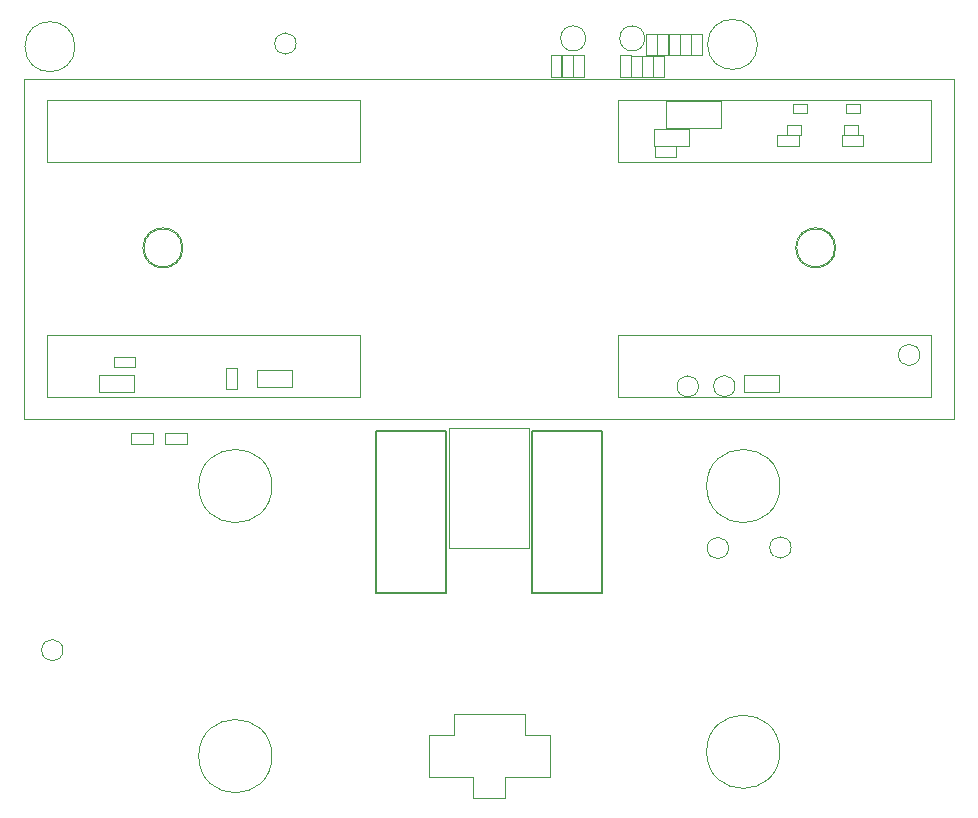
<source format=gbr>
%TF.GenerationSoftware,KiCad,Pcbnew,7.0.6-7.0.6~ubuntu22.04.1*%
%TF.CreationDate,2023-09-13T14:48:35-04:00*%
%TF.ProjectId,robot,726f626f-742e-46b6-9963-61645f706362,rev?*%
%TF.SameCoordinates,Original*%
%TF.FileFunction,Other,User*%
%FSLAX46Y46*%
G04 Gerber Fmt 4.6, Leading zero omitted, Abs format (unit mm)*
G04 Created by KiCad (PCBNEW 7.0.6-7.0.6~ubuntu22.04.1) date 2023-09-13 14:48:35*
%MOMM*%
%LPD*%
G01*
G04 APERTURE LIST*
%ADD10C,0.050000*%
%ADD11C,0.152400*%
G04 APERTURE END LIST*
D10*
%TO.C,H2*%
X124600000Y-152500000D02*
G75*
G03*
X124600000Y-152500000I-3100000J0D01*
G01*
%TO.C,H5*%
X124600000Y-130000000D02*
G75*
G03*
X124600000Y-130000000I-3100000J0D01*
G01*
%TO.C,TP39*%
X83645539Y-92540000D02*
G75*
G03*
X83645539Y-92540000I-905539J0D01*
G01*
%TO.C,H6*%
X81600000Y-130000000D02*
G75*
G03*
X81600000Y-130000000I-3100000J0D01*
G01*
%TO.C,TP30*%
X117705539Y-121570495D02*
G75*
G03*
X117705539Y-121570495I-905539J0D01*
G01*
%TO.C,H1*%
X81600000Y-152865000D02*
G75*
G03*
X81600000Y-152865000I-3100000J0D01*
G01*
%TO.C,TP40*%
X136455539Y-118900000D02*
G75*
G03*
X136455539Y-118900000I-905539J0D01*
G01*
%TO.C,J8*%
X108160660Y-92100000D02*
G75*
G03*
X108160660Y-92100000I-1060660J0D01*
G01*
X113160660Y-92100000D02*
G75*
G03*
X113160660Y-92100000I-1060660J0D01*
G01*
%TO.C,TP41*%
X125555539Y-135200000D02*
G75*
G03*
X125555539Y-135200000I-905539J0D01*
G01*
%TO.C,TP43*%
X120255539Y-135250000D02*
G75*
G03*
X120255539Y-135250000I-905539J0D01*
G01*
%TO.C,TP34*%
X120805539Y-121550000D02*
G75*
G03*
X120805539Y-121550000I-905539J0D01*
G01*
%TO.C,TP42*%
X63905539Y-143900000D02*
G75*
G03*
X63905539Y-143900000I-905539J0D01*
G01*
%TO.C,H4*%
X64920000Y-92800000D02*
G75*
G03*
X64920000Y-92800000I-2120000J0D01*
G01*
%TO.C,H3*%
X122711685Y-92610962D02*
G75*
G03*
X122711685Y-92610962I-2120000J0D01*
G01*
%TO.C,C121*%
X116110000Y-91710000D02*
X115190000Y-91710000D01*
X115190000Y-91710000D02*
X115190000Y-93530000D01*
X116110000Y-93530000D02*
X116110000Y-91710000D01*
X115190000Y-93530000D02*
X116110000Y-93530000D01*
%TO.C,R90*%
X121595000Y-120570000D02*
X121595000Y-122030000D01*
X121595000Y-122030000D02*
X124555000Y-122030000D01*
X124555000Y-120570000D02*
X121595000Y-120570000D01*
X124555000Y-122030000D02*
X124555000Y-120570000D01*
%TO.C,C18*%
X129840000Y-100290000D02*
X129840000Y-101210000D01*
X129840000Y-101210000D02*
X131660000Y-101210000D01*
X131660000Y-100290000D02*
X129840000Y-100290000D01*
X131660000Y-101210000D02*
X131660000Y-100290000D01*
%TO.C,C128*%
X113890000Y-95385000D02*
X114810000Y-95385000D01*
X114810000Y-95385000D02*
X114810000Y-93565000D01*
X113890000Y-93565000D02*
X113890000Y-95385000D01*
X114810000Y-93565000D02*
X113890000Y-93565000D01*
%TO.C,U28*%
X130200000Y-97650000D02*
X130200000Y-98450000D01*
X130200000Y-98450000D02*
X131400000Y-98450000D01*
X131400000Y-97650000D02*
X130200000Y-97650000D01*
X131400000Y-98450000D02*
X131400000Y-97650000D01*
%TO.C,C14*%
X71505207Y-126443831D02*
X71505207Y-125523831D01*
X71505207Y-125523831D02*
X69685207Y-125523831D01*
X69685207Y-126443831D02*
X71505207Y-126443831D01*
X69685207Y-125523831D02*
X69685207Y-126443831D01*
%TO.C,C117*%
X112940000Y-95385000D02*
X113860000Y-95385000D01*
X113860000Y-95385000D02*
X113860000Y-93565000D01*
X112940000Y-93565000D02*
X112940000Y-95385000D01*
X113860000Y-93565000D02*
X112940000Y-93565000D01*
%TO.C,C118*%
X107090000Y-95360000D02*
X108010000Y-95360000D01*
X108010000Y-95360000D02*
X108010000Y-93540000D01*
X107090000Y-93540000D02*
X107090000Y-95360000D01*
X108010000Y-93540000D02*
X107090000Y-93540000D01*
%TO.C,C120*%
X106140000Y-95360000D02*
X107060000Y-95360000D01*
X107060000Y-95360000D02*
X107060000Y-93540000D01*
X106140000Y-93540000D02*
X106140000Y-95360000D01*
X107060000Y-93540000D02*
X106140000Y-93540000D01*
%TO.C,U27*%
X126400000Y-100250000D02*
X126400000Y-99450000D01*
X126400000Y-99450000D02*
X125200000Y-99450000D01*
X125200000Y-100250000D02*
X126400000Y-100250000D01*
X125200000Y-99450000D02*
X125200000Y-100250000D01*
%TO.C,C17*%
X66920000Y-120570000D02*
X66920000Y-122030000D01*
X66920000Y-122030000D02*
X69880000Y-122030000D01*
X69880000Y-120570000D02*
X66920000Y-120570000D01*
X69880000Y-122030000D02*
X69880000Y-120570000D01*
%TO.C,U26*%
X130050000Y-99450000D02*
X130050000Y-100250000D01*
X130050000Y-100250000D02*
X131250000Y-100250000D01*
X131250000Y-99450000D02*
X130050000Y-99450000D01*
X131250000Y-100250000D02*
X131250000Y-99450000D01*
%TO.C,C115*%
X111990000Y-95385000D02*
X112910000Y-95385000D01*
X112910000Y-95385000D02*
X112910000Y-93565000D01*
X111990000Y-93565000D02*
X111990000Y-95385000D01*
X112910000Y-93565000D02*
X111990000Y-93565000D01*
%TO.C,BT1*%
X60570000Y-95495000D02*
X60570000Y-124295000D01*
X60570000Y-124295000D02*
X139370000Y-124295000D01*
X62570000Y-97295000D02*
X62570000Y-102595000D01*
X62570000Y-102595000D02*
X89070000Y-102595000D01*
X62570000Y-117195000D02*
X62570000Y-122495000D01*
X62570000Y-122495000D02*
X89070000Y-122495000D01*
X89070000Y-97295000D02*
X62570000Y-97295000D01*
X89070000Y-102595000D02*
X89070000Y-97295000D01*
X89070000Y-117195000D02*
X62570000Y-117195000D01*
X89070000Y-122495000D02*
X89070000Y-117195000D01*
X110870000Y-97295000D02*
X110870000Y-102595000D01*
X110870000Y-102595000D02*
X137370000Y-102595000D01*
X110870000Y-117195000D02*
X137370000Y-117195000D01*
X110870000Y-122495000D02*
X110870000Y-117195000D01*
X137370000Y-97295000D02*
X110870000Y-97295000D01*
X137370000Y-102595000D02*
X137370000Y-97295000D01*
X137370000Y-117195000D02*
X137370000Y-122495000D01*
X137370000Y-122495000D02*
X110870000Y-122495000D01*
X139370000Y-95495000D02*
X60570000Y-95495000D01*
X139370000Y-124295000D02*
X139370000Y-95495000D01*
X74070000Y-109835000D02*
G75*
G03*
X74070000Y-109835000I-1700000J0D01*
G01*
X129330000Y-109835000D02*
G75*
G03*
X129330000Y-109835000I-1700000J0D01*
G01*
%TO.C,C116*%
X115160000Y-91710000D02*
X114240000Y-91710000D01*
X114240000Y-91710000D02*
X114240000Y-93530000D01*
X115160000Y-93530000D02*
X115160000Y-91710000D01*
X114240000Y-93530000D02*
X115160000Y-93530000D01*
%TO.C,R23*%
X80320000Y-120170000D02*
X80320000Y-121630000D01*
X80320000Y-121630000D02*
X83280000Y-121630000D01*
X83280000Y-120170000D02*
X80320000Y-120170000D01*
X83280000Y-121630000D02*
X83280000Y-120170000D01*
%TO.C,C19*%
X126180000Y-101210000D02*
X126180000Y-100290000D01*
X126180000Y-100290000D02*
X124360000Y-100290000D01*
X124360000Y-101210000D02*
X126180000Y-101210000D01*
X124360000Y-100290000D02*
X124360000Y-101210000D01*
%TO.C,J4*%
X105110000Y-154600000D02*
X101350000Y-154600000D01*
X105110000Y-151100000D02*
X105110000Y-154600000D01*
X103000000Y-151100000D02*
X105110000Y-151100000D01*
X103000000Y-149300000D02*
X103000000Y-151100000D01*
X101350000Y-156430000D02*
X98650000Y-156430000D01*
X101350000Y-154600000D02*
X101350000Y-156430000D01*
X98650000Y-156430000D02*
X98650000Y-154600000D01*
X98650000Y-154600000D02*
X94890000Y-154600000D01*
X97000000Y-151100000D02*
X97000000Y-149300000D01*
X97000000Y-149300000D02*
X103000000Y-149300000D01*
X94890000Y-154600000D02*
X94890000Y-151100000D01*
X94890000Y-151100000D02*
X97000000Y-151100000D01*
%TO.C,C37*%
X77740000Y-121810000D02*
X78660000Y-121810000D01*
X78660000Y-121810000D02*
X78660000Y-119990000D01*
X77740000Y-119990000D02*
X77740000Y-121810000D01*
X78660000Y-119990000D02*
X77740000Y-119990000D01*
%TO.C,C124*%
X116930000Y-101230000D02*
X116930000Y-99770000D01*
X116930000Y-99770000D02*
X113970000Y-99770000D01*
X113970000Y-101230000D02*
X116930000Y-101230000D01*
X113970000Y-99770000D02*
X113970000Y-101230000D01*
%TO.C,C126*%
X115810000Y-102160000D02*
X115810000Y-101240000D01*
X115810000Y-101240000D02*
X113990000Y-101240000D01*
X113990000Y-102160000D02*
X115810000Y-102160000D01*
X113990000Y-101240000D02*
X113990000Y-102160000D01*
%TO.C,C11*%
X68190000Y-119040000D02*
X68190000Y-119960000D01*
X68190000Y-119960000D02*
X70010000Y-119960000D01*
X70010000Y-119040000D02*
X68190000Y-119040000D01*
X70010000Y-119960000D02*
X70010000Y-119040000D01*
%TO.C,SW1*%
X96630000Y-135270000D02*
X103370000Y-135270000D01*
X96630000Y-135270000D02*
X96630000Y-125080000D01*
X103370000Y-135270000D02*
X103370000Y-125080000D01*
X103370000Y-125080000D02*
X96630000Y-125080000D01*
D11*
%TO.C,J3*%
X90447700Y-139029099D02*
X90447700Y-125320901D01*
X96357500Y-139029099D02*
X90447700Y-139029099D01*
X90447700Y-125320901D02*
X96357500Y-125320901D01*
X96357500Y-125320901D02*
X96357500Y-139029099D01*
D10*
%TO.C,C113*%
X114210000Y-91710000D02*
X113290000Y-91710000D01*
X113290000Y-91710000D02*
X113290000Y-93530000D01*
X114210000Y-93530000D02*
X114210000Y-91710000D01*
X113290000Y-93530000D02*
X114210000Y-93530000D01*
%TO.C,C114*%
X118010000Y-91710000D02*
X117090000Y-91710000D01*
X117090000Y-91710000D02*
X117090000Y-93530000D01*
X118010000Y-93530000D02*
X118010000Y-91710000D01*
X117090000Y-93530000D02*
X118010000Y-93530000D01*
%TO.C,C122*%
X111960000Y-93540000D02*
X111040000Y-93540000D01*
X111040000Y-93540000D02*
X111040000Y-95360000D01*
X111960000Y-95360000D02*
X111960000Y-93540000D01*
X111040000Y-95360000D02*
X111960000Y-95360000D01*
%TO.C,C123*%
X105190000Y-95360000D02*
X106110000Y-95360000D01*
X106110000Y-95360000D02*
X106110000Y-93540000D01*
X105190000Y-93540000D02*
X105190000Y-95360000D01*
X106110000Y-93540000D02*
X105190000Y-93540000D01*
D11*
%TO.C,J5*%
X109552300Y-125320901D02*
X109552300Y-139029099D01*
X103642500Y-125320901D02*
X109552300Y-125320901D01*
X109552300Y-139029099D02*
X103642500Y-139029099D01*
X103642500Y-139029099D02*
X103642500Y-125320901D01*
D10*
%TO.C,U29*%
X126900000Y-98450000D02*
X126900000Y-97650000D01*
X126900000Y-97650000D02*
X125700000Y-97650000D01*
X125700000Y-98450000D02*
X126900000Y-98450000D01*
X125700000Y-97650000D02*
X125700000Y-98450000D01*
%TO.C,C125*%
X119600000Y-99700000D02*
X119600000Y-97400000D01*
X119600000Y-97400000D02*
X115000000Y-97400000D01*
X115000000Y-99700000D02*
X119600000Y-99700000D01*
X115000000Y-97400000D02*
X115000000Y-99700000D01*
%TO.C,TH1*%
X129230000Y-109835000D02*
G75*
G03*
X129230000Y-109835000I-1600000J0D01*
G01*
X73970000Y-109835000D02*
G75*
G03*
X73970000Y-109835000I-1600000J0D01*
G01*
%TO.C,C7*%
X72585207Y-125523831D02*
X72585207Y-126443831D01*
X72585207Y-126443831D02*
X74405207Y-126443831D01*
X74405207Y-125523831D02*
X72585207Y-125523831D01*
X74405207Y-126443831D02*
X74405207Y-125523831D01*
%TO.C,C119*%
X117060000Y-91710000D02*
X116140000Y-91710000D01*
X116140000Y-91710000D02*
X116140000Y-93530000D01*
X117060000Y-93530000D02*
X117060000Y-91710000D01*
X116140000Y-93530000D02*
X117060000Y-93530000D01*
%TD*%
M02*

</source>
